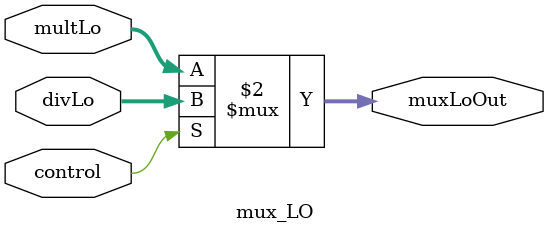
<source format=v>

module mux_LO(input wire [31:0] multLo,
              input wire [31:0] divLo,
              input wire control,
              output wire [31:0] muxLoOut);
  
  assign muxLoOut = (control == 1'b0) ? multLo : divLo;
  
  
endmodule
</source>
